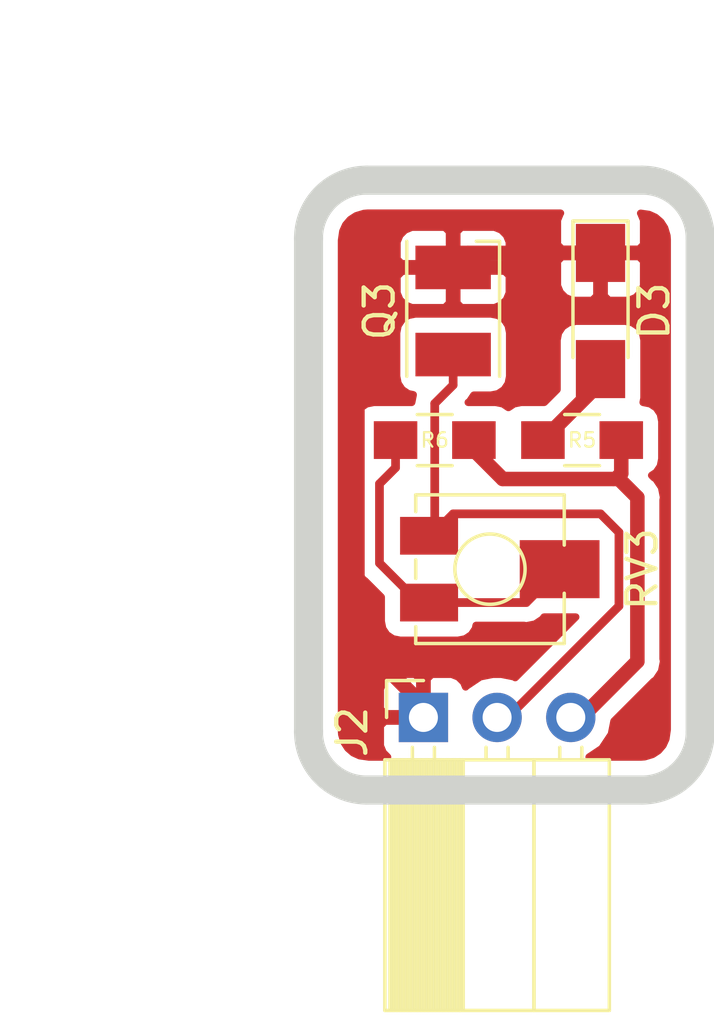
<source format=kicad_pcb>
(kicad_pcb (version 20171130) (host pcbnew "(5.0.1)-4")

  (general
    (thickness 1.6)
    (drawings 10)
    (tracks 39)
    (zones 0)
    (modules 6)
    (nets 6)
  )

  (page A4)
  (layers
    (0 F.Cu signal)
    (31 B.Cu signal)
    (32 B.Adhes user)
    (33 F.Adhes user)
    (34 B.Paste user)
    (35 F.Paste user)
    (36 B.SilkS user)
    (37 F.SilkS user)
    (38 B.Mask user)
    (39 F.Mask user)
    (40 Dwgs.User user)
    (41 Cmts.User user)
    (42 Eco1.User user)
    (43 Eco2.User user)
    (44 Edge.Cuts user)
    (45 Margin user)
    (46 B.CrtYd user)
    (47 F.CrtYd user)
    (48 B.Fab user)
    (49 F.Fab user)
  )

  (setup
    (last_trace_width 0.5)
    (user_trace_width 0.5)
    (user_trace_width 1)
    (trace_clearance 0.2)
    (zone_clearance 0.508)
    (zone_45_only no)
    (trace_min 0.2)
    (segment_width 0.2)
    (edge_width 1)
    (via_size 0.8)
    (via_drill 0.4)
    (via_min_size 0.4)
    (via_min_drill 0.3)
    (user_via 1 0.6)
    (user_via 1.2 0.6)
    (uvia_size 0.3)
    (uvia_drill 0.1)
    (uvias_allowed no)
    (uvia_min_size 0.2)
    (uvia_min_drill 0.1)
    (pcb_text_width 0.3)
    (pcb_text_size 1.5 1.5)
    (mod_edge_width 0.15)
    (mod_text_size 1 1)
    (mod_text_width 0.15)
    (pad_size 2 1.3)
    (pad_drill 0)
    (pad_to_mask_clearance 0.051)
    (solder_mask_min_width 0.25)
    (aux_axis_origin 0 0)
    (grid_origin 159.62 139.57)
    (visible_elements 7FFFFFFF)
    (pcbplotparams
      (layerselection 0x010f0_ffffffff)
      (usegerberextensions false)
      (usegerberattributes false)
      (usegerberadvancedattributes false)
      (creategerberjobfile false)
      (excludeedgelayer true)
      (linewidth 0.100000)
      (plotframeref false)
      (viasonmask false)
      (mode 1)
      (useauxorigin false)
      (hpglpennumber 1)
      (hpglpenspeed 20)
      (hpglpendiameter 15.000000)
      (psnegative false)
      (psa4output false)
      (plotreference true)
      (plotvalue true)
      (plotinvisibletext false)
      (padsonsilk false)
      (subtractmaskfromsilk false)
      (outputformat 1)
      (mirror false)
      (drillshape 0)
      (scaleselection 1)
      (outputdirectory ""))
  )

  (net 0 "")
  (net 1 GND)
  (net 2 "Net-(D3-Pad2)")
  (net 3 IR_A2)
  (net 4 +5V)
  (net 5 "Net-(R6-Pad2)")

  (net_class Default "This is the default net class."
    (clearance 0.2)
    (trace_width 0.3)
    (via_dia 0.8)
    (via_drill 0.4)
    (uvia_dia 0.3)
    (uvia_drill 0.1)
    (add_net +5V)
    (add_net GND)
    (add_net IR_A2)
    (add_net "Net-(D3-Pad2)")
    (add_net "Net-(R6-Pad2)")
  )

  (net_class Default2 ""
    (clearance 0.2)
    (trace_width 0.5)
    (via_dia 1)
    (via_drill 0.6)
    (uvia_dia 0.3)
    (uvia_drill 0.1)
  )

  (net_class Power ""
    (clearance 0.2)
    (trace_width 1)
    (via_dia 1.2)
    (via_drill 0.6)
    (uvia_dia 0.3)
    (uvia_drill 0.1)
  )

  (module Potentiometers:Potentiometer_Trimmer_Vishay_TS53YL (layer F.Cu) (tedit 605266AD) (tstamp 6052BA63)
    (at 193.755 83.395 180)
    (descr "Spindle Trimmer Potentiometer, Vishay TS53YL, https://www.bourns.com/pdfs/3224.pdf")
    (tags "Spindle Trimmer Potentiometer   Vishay TS53YL")
    (path /604F696C/6056EEF9)
    (attr smd)
    (fp_text reference RV3 (at -5.245 0 90) (layer F.SilkS)
      (effects (font (size 1 1) (thickness 0.15)))
    )
    (fp_text value 10k (at -0.18 3.75 180) (layer F.Fab)
      (effects (font (size 1 1) (thickness 0.15)))
    )
    (fp_circle (center 0 0) (end 1.21 0) (layer F.SilkS) (width 0.12))
    (fp_circle (center 0 0) (end 1.15 0) (layer F.Fab) (width 0.1))
    (fp_line (start 3.67 -2.75) (end -4.03 -2.75) (layer F.CrtYd) (width 0.05))
    (fp_line (start 3.67 2.75) (end 3.67 -2.75) (layer F.CrtYd) (width 0.05))
    (fp_line (start -4.03 2.75) (end 3.67 2.75) (layer F.CrtYd) (width 0.05))
    (fp_line (start -4.03 -2.75) (end -4.03 2.75) (layer F.CrtYd) (width 0.05))
    (fp_line (start 2.56 1.98) (end 2.56 2.56) (layer F.SilkS) (width 0.12))
    (fp_line (start 2.56 -0.32) (end 2.56 0.32) (layer F.SilkS) (width 0.12))
    (fp_line (start 2.56 -2.56) (end 2.56 -1.98) (layer F.SilkS) (width 0.12))
    (fp_line (start -2.56 0.83) (end -2.56 2.56) (layer F.SilkS) (width 0.12))
    (fp_line (start -2.56 -2.56) (end -2.56 -0.83) (layer F.SilkS) (width 0.12))
    (fp_line (start -2.56 2.56) (end 2.56 2.56) (layer F.SilkS) (width 0.12))
    (fp_line (start -2.56 -2.56) (end 2.56 -2.56) (layer F.SilkS) (width 0.12))
    (fp_line (start -0.92 0.06) (end -0.92 -0.06) (layer F.Fab) (width 0.1))
    (fp_line (start -0.06 0.06) (end -0.92 0.06) (layer F.Fab) (width 0.1))
    (fp_line (start -0.06 0.92) (end -0.06 0.06) (layer F.Fab) (width 0.1))
    (fp_line (start 0.06 0.92) (end -0.06 0.92) (layer F.Fab) (width 0.1))
    (fp_line (start 0.06 0.06) (end 0.06 0.92) (layer F.Fab) (width 0.1))
    (fp_line (start 0.92 0.06) (end 0.06 0.06) (layer F.Fab) (width 0.1))
    (fp_line (start 0.92 -0.06) (end 0.92 0.06) (layer F.Fab) (width 0.1))
    (fp_line (start 0.06 -0.06) (end 0.92 -0.06) (layer F.Fab) (width 0.1))
    (fp_line (start 0.06 -0.92) (end 0.06 -0.06) (layer F.Fab) (width 0.1))
    (fp_line (start -0.06 -0.92) (end 0.06 -0.92) (layer F.Fab) (width 0.1))
    (fp_line (start -0.06 -0.06) (end -0.06 -0.92) (layer F.Fab) (width 0.1))
    (fp_line (start -0.92 -0.06) (end -0.06 -0.06) (layer F.Fab) (width 0.1))
    (fp_line (start 2.5 -2.5) (end -2.5 -2.5) (layer F.Fab) (width 0.1))
    (fp_line (start 2.5 2.5) (end 2.5 -2.5) (layer F.Fab) (width 0.1))
    (fp_line (start -2.5 2.5) (end 2.5 2.5) (layer F.Fab) (width 0.1))
    (fp_line (start -2.5 -2.5) (end -2.5 2.5) (layer F.Fab) (width 0.1))
    (pad 3 smd rect (at 2.1 1.15 180) (size 2 1.3) (layers F.Cu F.Mask)
      (net 3 IR_A2))
    (pad 2 smd rect (at -2.4 0 180) (size 2.75 2) (layers F.Cu F.Mask)
      (net 5 "Net-(R6-Pad2)"))
    (pad 1 smd rect (at 2.1 -1.15 180) (size 2 1.3) (layers F.Cu F.Mask)
      (net 5 "Net-(R6-Pad2)"))
    (model Potentiometers.3dshapes/Potentiometer_Trimmer_Vishay_TS53YL.wrl
      (offset (xyz 1.015999984741211 0 0))
      (scale (xyz 0.39 0.39 0.39))
      (rotate (xyz 0 0 0))
    )
  )

  (module Resistors_SMD:R_0805_HandSoldering (layer F.Cu) (tedit 605266F6) (tstamp 6052BA53)
    (at 196.93 78.95 180)
    (descr "Resistor SMD 0805, hand soldering")
    (tags "resistor 0805")
    (path /604F696C/604FA1F8)
    (attr smd)
    (fp_text reference R5 (at 0 0 180) (layer F.SilkS)
      (effects (font (size 0.5 0.5) (thickness 0.075)))
    )
    (fp_text value 100R (at 0 1.75 180) (layer F.Fab)
      (effects (font (size 1 1) (thickness 0.15)))
    )
    (fp_text user %R (at 0 0 180) (layer F.Fab)
      (effects (font (size 0.5 0.5) (thickness 0.075)))
    )
    (fp_line (start -1 0.62) (end -1 -0.62) (layer F.Fab) (width 0.1))
    (fp_line (start 1 0.62) (end -1 0.62) (layer F.Fab) (width 0.1))
    (fp_line (start 1 -0.62) (end 1 0.62) (layer F.Fab) (width 0.1))
    (fp_line (start -1 -0.62) (end 1 -0.62) (layer F.Fab) (width 0.1))
    (fp_line (start 0.6 0.88) (end -0.6 0.88) (layer F.SilkS) (width 0.12))
    (fp_line (start -0.6 -0.88) (end 0.6 -0.88) (layer F.SilkS) (width 0.12))
    (fp_line (start -2.35 -0.9) (end 2.35 -0.9) (layer F.CrtYd) (width 0.05))
    (fp_line (start -2.35 -0.9) (end -2.35 0.9) (layer F.CrtYd) (width 0.05))
    (fp_line (start 2.35 0.9) (end 2.35 -0.9) (layer F.CrtYd) (width 0.05))
    (fp_line (start 2.35 0.9) (end -2.35 0.9) (layer F.CrtYd) (width 0.05))
    (pad 1 smd rect (at -1.35 0 180) (size 1.5 1.3) (layers F.Cu F.Paste F.Mask)
      (net 4 +5V))
    (pad 2 smd rect (at 1.35 0 180) (size 1.5 1.3) (layers F.Cu F.Paste F.Mask)
      (net 2 "Net-(D3-Pad2)"))
    (model ${KISYS3DMOD}/Resistors_SMD.3dshapes/R_0805.wrl
      (at (xyz 0 0 0))
      (scale (xyz 1 1 1))
      (rotate (xyz 0 0 0))
    )
  )

  (module Socket_Strips:Socket_Strip_Angled_1x03_Pitch2.54mm (layer F.Cu) (tedit 605266C3) (tstamp 6052B9FA)
    (at 191.46 88.5 90)
    (descr "Through hole angled socket strip, 1x03, 2.54mm pitch, 8.51mm socket length, single row")
    (tags "Through hole angled socket strip THT 1x03 2.54mm single row")
    (path /604F696C/60596D71)
    (fp_text reference J2 (at -0.5 -2.46 90) (layer F.SilkS)
      (effects (font (size 1 1) (thickness 0.15)))
    )
    (fp_text value Conn_01x03 (at -4.38 7.35 90) (layer F.Fab)
      (effects (font (size 1 1) (thickness 0.15)))
    )
    (fp_line (start -1.52 -1.27) (end -1.52 1.27) (layer F.Fab) (width 0.1))
    (fp_line (start -1.52 1.27) (end -10.03 1.27) (layer F.Fab) (width 0.1))
    (fp_line (start -10.03 1.27) (end -10.03 -1.27) (layer F.Fab) (width 0.1))
    (fp_line (start -10.03 -1.27) (end -1.52 -1.27) (layer F.Fab) (width 0.1))
    (fp_line (start 0 -0.32) (end 0 0.32) (layer F.Fab) (width 0.1))
    (fp_line (start 0 0.32) (end -1.52 0.32) (layer F.Fab) (width 0.1))
    (fp_line (start -1.52 0.32) (end -1.52 -0.32) (layer F.Fab) (width 0.1))
    (fp_line (start -1.52 -0.32) (end 0 -0.32) (layer F.Fab) (width 0.1))
    (fp_line (start -1.52 1.27) (end -1.52 3.81) (layer F.Fab) (width 0.1))
    (fp_line (start -1.52 3.81) (end -10.03 3.81) (layer F.Fab) (width 0.1))
    (fp_line (start -10.03 3.81) (end -10.03 1.27) (layer F.Fab) (width 0.1))
    (fp_line (start -10.03 1.27) (end -1.52 1.27) (layer F.Fab) (width 0.1))
    (fp_line (start 0 2.22) (end 0 2.86) (layer F.Fab) (width 0.1))
    (fp_line (start 0 2.86) (end -1.52 2.86) (layer F.Fab) (width 0.1))
    (fp_line (start -1.52 2.86) (end -1.52 2.22) (layer F.Fab) (width 0.1))
    (fp_line (start -1.52 2.22) (end 0 2.22) (layer F.Fab) (width 0.1))
    (fp_line (start -1.52 3.81) (end -1.52 6.35) (layer F.Fab) (width 0.1))
    (fp_line (start -1.52 6.35) (end -10.03 6.35) (layer F.Fab) (width 0.1))
    (fp_line (start -10.03 6.35) (end -10.03 3.81) (layer F.Fab) (width 0.1))
    (fp_line (start -10.03 3.81) (end -1.52 3.81) (layer F.Fab) (width 0.1))
    (fp_line (start 0 4.76) (end 0 5.4) (layer F.Fab) (width 0.1))
    (fp_line (start 0 5.4) (end -1.52 5.4) (layer F.Fab) (width 0.1))
    (fp_line (start -1.52 5.4) (end -1.52 4.76) (layer F.Fab) (width 0.1))
    (fp_line (start -1.52 4.76) (end 0 4.76) (layer F.Fab) (width 0.1))
    (fp_line (start -1.46 -1.33) (end -1.46 1.27) (layer F.SilkS) (width 0.12))
    (fp_line (start -1.46 1.27) (end -10.09 1.27) (layer F.SilkS) (width 0.12))
    (fp_line (start -10.09 1.27) (end -10.09 -1.33) (layer F.SilkS) (width 0.12))
    (fp_line (start -10.09 -1.33) (end -1.46 -1.33) (layer F.SilkS) (width 0.12))
    (fp_line (start -1.03 -0.38) (end -1.46 -0.38) (layer F.SilkS) (width 0.12))
    (fp_line (start -1.03 0.38) (end -1.46 0.38) (layer F.SilkS) (width 0.12))
    (fp_line (start -1.46 -1.15) (end -10.09 -1.15) (layer F.SilkS) (width 0.12))
    (fp_line (start -1.46 -1.03) (end -10.09 -1.03) (layer F.SilkS) (width 0.12))
    (fp_line (start -1.46 -0.91) (end -10.09 -0.91) (layer F.SilkS) (width 0.12))
    (fp_line (start -1.46 -0.79) (end -10.09 -0.79) (layer F.SilkS) (width 0.12))
    (fp_line (start -1.46 -0.67) (end -10.09 -0.67) (layer F.SilkS) (width 0.12))
    (fp_line (start -1.46 -0.55) (end -10.09 -0.55) (layer F.SilkS) (width 0.12))
    (fp_line (start -1.46 -0.43) (end -10.09 -0.43) (layer F.SilkS) (width 0.12))
    (fp_line (start -1.46 -0.31) (end -10.09 -0.31) (layer F.SilkS) (width 0.12))
    (fp_line (start -1.46 -0.19) (end -10.09 -0.19) (layer F.SilkS) (width 0.12))
    (fp_line (start -1.46 -0.07) (end -10.09 -0.07) (layer F.SilkS) (width 0.12))
    (fp_line (start -1.46 0.05) (end -10.09 0.05) (layer F.SilkS) (width 0.12))
    (fp_line (start -1.46 0.17) (end -10.09 0.17) (layer F.SilkS) (width 0.12))
    (fp_line (start -1.46 0.29) (end -10.09 0.29) (layer F.SilkS) (width 0.12))
    (fp_line (start -1.46 0.41) (end -10.09 0.41) (layer F.SilkS) (width 0.12))
    (fp_line (start -1.46 0.53) (end -10.09 0.53) (layer F.SilkS) (width 0.12))
    (fp_line (start -1.46 0.65) (end -10.09 0.65) (layer F.SilkS) (width 0.12))
    (fp_line (start -1.46 0.77) (end -10.09 0.77) (layer F.SilkS) (width 0.12))
    (fp_line (start -1.46 0.89) (end -10.09 0.89) (layer F.SilkS) (width 0.12))
    (fp_line (start -1.46 1.01) (end -10.09 1.01) (layer F.SilkS) (width 0.12))
    (fp_line (start -1.46 1.13) (end -10.09 1.13) (layer F.SilkS) (width 0.12))
    (fp_line (start -1.46 1.25) (end -10.09 1.25) (layer F.SilkS) (width 0.12))
    (fp_line (start -1.46 1.37) (end -10.09 1.37) (layer F.SilkS) (width 0.12))
    (fp_line (start -1.46 1.27) (end -1.46 3.81) (layer F.SilkS) (width 0.12))
    (fp_line (start -1.46 3.81) (end -10.09 3.81) (layer F.SilkS) (width 0.12))
    (fp_line (start -10.09 3.81) (end -10.09 1.27) (layer F.SilkS) (width 0.12))
    (fp_line (start -10.09 1.27) (end -1.46 1.27) (layer F.SilkS) (width 0.12))
    (fp_line (start -1.03 2.16) (end -1.46 2.16) (layer F.SilkS) (width 0.12))
    (fp_line (start -1.03 2.92) (end -1.46 2.92) (layer F.SilkS) (width 0.12))
    (fp_line (start -1.46 3.81) (end -1.46 6.41) (layer F.SilkS) (width 0.12))
    (fp_line (start -1.46 6.41) (end -10.09 6.41) (layer F.SilkS) (width 0.12))
    (fp_line (start -10.09 6.41) (end -10.09 3.81) (layer F.SilkS) (width 0.12))
    (fp_line (start -10.09 3.81) (end -1.46 3.81) (layer F.SilkS) (width 0.12))
    (fp_line (start -1.03 4.7) (end -1.46 4.7) (layer F.SilkS) (width 0.12))
    (fp_line (start -1.03 5.46) (end -1.46 5.46) (layer F.SilkS) (width 0.12))
    (fp_line (start 0 -1.27) (end 1.27 -1.27) (layer F.SilkS) (width 0.12))
    (fp_line (start 1.27 -1.27) (end 1.27 0) (layer F.SilkS) (width 0.12))
    (fp_line (start 1.8 -1.8) (end 1.8 6.85) (layer F.CrtYd) (width 0.05))
    (fp_line (start 1.8 6.85) (end -10.55 6.85) (layer F.CrtYd) (width 0.05))
    (fp_line (start -10.55 6.85) (end -10.55 -1.8) (layer F.CrtYd) (width 0.05))
    (fp_line (start -10.55 -1.8) (end 1.8 -1.8) (layer F.CrtYd) (width 0.05))
    (fp_text user %R (at -4.38 -2.27 90) (layer F.Fab)
      (effects (font (size 1 1) (thickness 0.15)))
    )
    (pad 1 thru_hole rect (at 0 0 90) (size 1.7 1.7) (drill 1) (layers *.Cu *.Mask)
      (net 1 GND))
    (pad 2 thru_hole oval (at 0 2.54 90) (size 1.7 1.7) (drill 1) (layers *.Cu *.Mask)
      (net 3 IR_A2))
    (pad 3 thru_hole oval (at 0 5.08 90) (size 1.7 1.7) (drill 1) (layers *.Cu *.Mask)
      (net 4 +5V))
    (model ${KISYS3DMOD}/Socket_Strips.3dshapes/Socket_Strip_Angled_1x03_Pitch2.54mm.wrl
      (offset (xyz 0 -2.539999961853027 0))
      (scale (xyz 1 1 1))
      (rotate (xyz 0 0 270))
    )
  )

  (module Resistors_SMD:R_0805_HandSoldering (layer F.Cu) (tedit 605266A6) (tstamp 6052B9E0)
    (at 191.85 78.95 180)
    (descr "Resistor SMD 0805, hand soldering")
    (tags "resistor 0805")
    (path /604F696C/6056EF00)
    (attr smd)
    (fp_text reference R6 (at 0 0 180) (layer F.SilkS)
      (effects (font (size 0.5 0.5) (thickness 0.075)))
    )
    (fp_text value 10k (at 0 1.75 180) (layer F.Fab)
      (effects (font (size 1 1) (thickness 0.15)))
    )
    (fp_line (start 2.35 0.9) (end -2.35 0.9) (layer F.CrtYd) (width 0.05))
    (fp_line (start 2.35 0.9) (end 2.35 -0.9) (layer F.CrtYd) (width 0.05))
    (fp_line (start -2.35 -0.9) (end -2.35 0.9) (layer F.CrtYd) (width 0.05))
    (fp_line (start -2.35 -0.9) (end 2.35 -0.9) (layer F.CrtYd) (width 0.05))
    (fp_line (start -0.6 -0.88) (end 0.6 -0.88) (layer F.SilkS) (width 0.12))
    (fp_line (start 0.6 0.88) (end -0.6 0.88) (layer F.SilkS) (width 0.12))
    (fp_line (start -1 -0.62) (end 1 -0.62) (layer F.Fab) (width 0.1))
    (fp_line (start 1 -0.62) (end 1 0.62) (layer F.Fab) (width 0.1))
    (fp_line (start 1 0.62) (end -1 0.62) (layer F.Fab) (width 0.1))
    (fp_line (start -1 0.62) (end -1 -0.62) (layer F.Fab) (width 0.1))
    (fp_text user %R (at 0 0 180) (layer F.Fab)
      (effects (font (size 0.5 0.5) (thickness 0.075)))
    )
    (pad 2 smd rect (at 1.35 0 180) (size 1.5 1.3) (layers F.Cu F.Paste F.Mask)
      (net 5 "Net-(R6-Pad2)"))
    (pad 1 smd rect (at -1.35 0 180) (size 1.5 1.3) (layers F.Cu F.Paste F.Mask)
      (net 4 +5V))
    (model ${KISYS3DMOD}/Resistors_SMD.3dshapes/R_0805.wrl
      (at (xyz 0 0 0))
      (scale (xyz 1 1 1))
      (rotate (xyz 0 0 0))
    )
  )

  (module LEDs:LED_PLCC-2 (layer F.Cu) (tedit 60526683) (tstamp 6052B9CD)
    (at 192.485 74.505 270)
    (descr "LED PLCC-2 SMD package")
    (tags "LED PLCC-2 SMD")
    (path /604F696C/6056EEF2)
    (attr smd)
    (fp_text reference Q3 (at 0 2.54 270) (layer F.SilkS)
      (effects (font (size 1 1) (thickness 0.15)))
    )
    (fp_text value Q_Photo (at 0 2.54 270) (layer F.Fab)
      (effects (font (size 1 1) (thickness 0.15)))
    )
    (fp_circle (center 0 0) (end 0 -1.25) (layer F.Fab) (width 0.1))
    (fp_line (start -1.7 -0.6) (end -0.8 -1.5) (layer F.Fab) (width 0.1))
    (fp_line (start 1.7 1.5) (end 1.7 -1.5) (layer F.Fab) (width 0.1))
    (fp_line (start 1.7 -1.5) (end -1.7 -1.5) (layer F.Fab) (width 0.1))
    (fp_line (start -1.7 -1.5) (end -1.7 1.5) (layer F.Fab) (width 0.1))
    (fp_line (start -1.7 1.5) (end 1.7 1.5) (layer F.Fab) (width 0.1))
    (fp_line (start -2.65 -1.85) (end 2.5 -1.85) (layer F.CrtYd) (width 0.05))
    (fp_line (start 2.5 -1.85) (end 2.5 1.85) (layer F.CrtYd) (width 0.05))
    (fp_line (start 2.5 1.85) (end -2.65 1.85) (layer F.CrtYd) (width 0.05))
    (fp_line (start -2.65 1.85) (end -2.65 -1.85) (layer F.CrtYd) (width 0.05))
    (fp_line (start 2.25 1.6) (end -2.4 1.6) (layer F.SilkS) (width 0.12))
    (fp_line (start 2.25 -1.6) (end -2.4 -1.6) (layer F.SilkS) (width 0.12))
    (fp_line (start -2.4 -1.6) (end -2.4 -0.8) (layer F.SilkS) (width 0.12))
    (fp_text user %R (at 0 0 270) (layer F.Fab)
      (effects (font (size 0.4 0.4) (thickness 0.1)))
    )
    (pad 1 smd rect (at -1.5 0 270) (size 1.5 2.6) (layers F.Cu F.Paste F.Mask)
      (net 1 GND))
    (pad 2 smd rect (at 1.5 0 270) (size 1.5 2.6) (layers F.Cu F.Paste F.Mask)
      (net 3 IR_A2))
    (model ${KISYS3DMOD}/LEDs.3dshapes/LED_PLCC-2.wrl
      (at (xyz 0 0 0))
      (scale (xyz 1 1 1))
      (rotate (xyz 0 0 0))
    )
  )

  (module LEDs:LED_1206_HandSoldering (layer F.Cu) (tedit 605266A1) (tstamp 6052B9B9)
    (at 197.565 74.505 270)
    (descr "LED SMD 1206, hand soldering")
    (tags "LED 1206")
    (path /604F696C/604FA1F1)
    (attr smd)
    (fp_text reference D3 (at 0 -1.85 270) (layer F.SilkS)
      (effects (font (size 1 1) (thickness 0.15)))
    )
    (fp_text value LED_IR (at 0 1.9 270) (layer F.Fab)
      (effects (font (size 1 1) (thickness 0.15)))
    )
    (fp_line (start -3.1 -0.95) (end -3.1 0.95) (layer F.SilkS) (width 0.12))
    (fp_line (start -0.4 0) (end 0.2 -0.4) (layer F.Fab) (width 0.1))
    (fp_line (start 0.2 -0.4) (end 0.2 0.4) (layer F.Fab) (width 0.1))
    (fp_line (start 0.2 0.4) (end -0.4 0) (layer F.Fab) (width 0.1))
    (fp_line (start -0.45 -0.4) (end -0.45 0.4) (layer F.Fab) (width 0.1))
    (fp_line (start -1.6 0.8) (end -1.6 -0.8) (layer F.Fab) (width 0.1))
    (fp_line (start 1.6 0.8) (end -1.6 0.8) (layer F.Fab) (width 0.1))
    (fp_line (start 1.6 -0.8) (end 1.6 0.8) (layer F.Fab) (width 0.1))
    (fp_line (start -1.6 -0.8) (end 1.6 -0.8) (layer F.Fab) (width 0.1))
    (fp_line (start -3.1 0.95) (end 1.6 0.95) (layer F.SilkS) (width 0.12))
    (fp_line (start -3.1 -0.95) (end 1.6 -0.95) (layer F.SilkS) (width 0.12))
    (fp_line (start -3.25 -1.11) (end 3.25 -1.11) (layer F.CrtYd) (width 0.05))
    (fp_line (start -3.25 -1.11) (end -3.25 1.1) (layer F.CrtYd) (width 0.05))
    (fp_line (start 3.25 1.1) (end 3.25 -1.11) (layer F.CrtYd) (width 0.05))
    (fp_line (start 3.25 1.1) (end -3.25 1.1) (layer F.CrtYd) (width 0.05))
    (pad 1 smd rect (at -2 0 270) (size 2 1.7) (layers F.Cu F.Paste F.Mask)
      (net 1 GND))
    (pad 2 smd rect (at 2 0 270) (size 2 1.7) (layers F.Cu F.Paste F.Mask)
      (net 2 "Net-(D3-Pad2)"))
    (model ${KISYS3DMOD}/LEDs.3dshapes/LED_1206.wrl
      (at (xyz 0 0 0))
      (scale (xyz 1 1 1))
      (rotate (xyz 0 0 180))
    )
  )

  (dimension 20 (width 0.3) (layer Cmts.User)
    (gr_text "20 mm" (at 182.4 80.5 270) (layer Cmts.User)
      (effects (font (size 1.5 1.5) (thickness 0.3)))
    )
    (feature1 (pts (xy 189.5 90.5) (xy 183.913579 90.5)))
    (feature2 (pts (xy 189.5 70.5) (xy 183.913579 70.5)))
    (crossbar (pts (xy 184.5 70.5) (xy 184.5 90.5)))
    (arrow1a (pts (xy 184.5 90.5) (xy 183.913579 89.373496)))
    (arrow1b (pts (xy 184.5 90.5) (xy 185.086421 89.373496)))
    (arrow2a (pts (xy 184.5 70.5) (xy 183.913579 71.626504)))
    (arrow2b (pts (xy 184.5 70.5) (xy 185.086421 71.626504)))
  )
  (dimension 12.5 (width 0.3) (layer Cmts.User)
    (gr_text "12,5 mm" (at 194.25 64.9) (layer Cmts.User)
      (effects (font (size 1.5 1.5) (thickness 0.3)))
    )
    (feature1 (pts (xy 200.5 72) (xy 200.5 66.413579)))
    (feature2 (pts (xy 188 72) (xy 188 66.413579)))
    (crossbar (pts (xy 188 67) (xy 200.5 67)))
    (arrow1a (pts (xy 200.5 67) (xy 199.373496 67.586421)))
    (arrow1b (pts (xy 200.5 67) (xy 199.373496 66.413579)))
    (arrow2a (pts (xy 188 67) (xy 189.126504 67.586421)))
    (arrow2b (pts (xy 188 67) (xy 189.126504 66.413579)))
  )
  (gr_arc (start 189.5 89) (end 187.5 89) (angle -90) (layer Edge.Cuts) (width 1) (tstamp 6052B9F9))
  (gr_arc (start 189.5 72) (end 189.5 70) (angle -90) (layer Edge.Cuts) (width 1) (tstamp 6052B9F8))
  (gr_arc (start 199 72) (end 201 72) (angle -90) (layer Edge.Cuts) (width 1) (tstamp 6052B9F7))
  (gr_line (start 201 89) (end 201 72) (layer Edge.Cuts) (width 1) (tstamp 6052B9F5))
  (gr_line (start 189.5 91) (end 199 91) (layer Edge.Cuts) (width 1) (tstamp 6052B9F4))
  (gr_line (start 187.5 72) (end 187.5 89) (layer Edge.Cuts) (width 1) (tstamp 6052B9F3))
  (gr_arc (start 199 89) (end 199 91) (angle -90) (layer Edge.Cuts) (width 1) (tstamp 6052B9F1))
  (gr_line (start 199 70) (end 189.5 70) (layer Edge.Cuts) (width 1) (tstamp 6052B9F0))

  (segment (start 192.485 73.005) (end 190.685 73.005) (width 0.5) (layer F.Cu) (net 1) (tstamp 6052BA47))
  (segment (start 189.185 85.81) (end 189.31 85.935) (width 0.5) (layer F.Cu) (net 1) (tstamp 6052BA48))
  (segment (start 189.31 85.935) (end 191.85 88.475) (width 0.5) (layer F.Cu) (net 1) (tstamp 6052BA4F))
  (segment (start 189.185 74.505) (end 189.185 85.81) (width 0.5) (layer F.Cu) (net 1) (tstamp 6052BA50))
  (segment (start 190.685 73.005) (end 189.185 74.505) (width 0.5) (layer F.Cu) (net 1) (tstamp 6052BA51))
  (segment (start 197.565 72.505) (end 192.985 72.505) (width 0.5) (layer F.Cu) (net 1) (tstamp 6052BA52))
  (segment (start 192.985 72.505) (end 192.485 73.005) (width 0.5) (layer F.Cu) (net 1) (tstamp 6052BA8D))
  (segment (start 197.565 76.505) (end 197.565 76.965) (width 0.5) (layer F.Cu) (net 2) (tstamp 6052BA93))
  (segment (start 197.565 76.965) (end 195.58 78.95) (width 0.5) (layer F.Cu) (net 2) (tstamp 6052BA94))
  (segment (start 191.655 82.245) (end 191.73 82.245) (width 0.3) (layer F.Cu) (net 3) (tstamp 6052BA4E))
  (segment (start 191.85 82.05) (end 191.655 82.245) (width 0.3) (layer F.Cu) (net 3) (tstamp 6052BA88))
  (segment (start 192.485 77.055) (end 191.85 77.69) (width 0.3) (layer F.Cu) (net 3) (tstamp 6052BA97))
  (segment (start 192.485 76.005) (end 192.485 77.055) (width 0.3) (layer F.Cu) (net 3) (tstamp 6052BA90))
  (segment (start 191.85 77.69) (end 191.85 82.05) (width 0.3) (layer F.Cu) (net 3) (tstamp 6052BA89))
  (segment (start 191.73 82.245) (end 192.485 81.49) (width 0.3) (layer F.Cu) (net 3) (tstamp 6052BA4A))
  (segment (start 192.485 81.49) (end 197.565 81.49) (width 0.3) (layer F.Cu) (net 3) (tstamp 6052BA49))
  (segment (start 198.2 84.665) (end 194.39 88.475) (width 0.3) (layer F.Cu) (net 3) (tstamp 6052BA4B) (status 1000000))
  (segment (start 198.2 82.125) (end 198.2 84.665) (width 0.3) (layer F.Cu) (net 3) (tstamp 6052BA4C))
  (segment (start 197.565 81.49) (end 198.2 82.125) (width 0.3) (layer F.Cu) (net 3) (tstamp 6052BA4D))
  (segment (start 198.28 78.95) (end 198.28 79.03) (width 0.5) (layer F.Cu) (net 4) (tstamp 6052BA8F))
  (segment (start 198.28 87.125) (end 198.835 86.57) (width 0.5) (layer F.Cu) (net 4) (tstamp 6052C41C))
  (segment (start 198.28 80.1) (end 198.2 80.18) (width 0.5) (layer F.Cu) (net 4) (tstamp 6052C41D))
  (segment (start 198.2 80.18) (end 198.2 80.29) (width 0.5) (layer F.Cu) (net 4) (tstamp 6052C41E))
  (segment (start 198.835 80.925) (end 198.835 86.57) (width 0.5) (layer F.Cu) (net 4) (tstamp 6052C41F))
  (segment (start 198.28 78.95) (end 198.28 80.1) (width 0.5) (layer F.Cu) (net 4) (tstamp 6052C420))
  (segment (start 193.2 78.95) (end 193.2 79.295) (width 0.5) (layer F.Cu) (net 4) (tstamp 6052C421))
  (segment (start 198.28 78.95) (end 198.28 79.03) (width 0.5) (layer F.Cu) (net 4) (tstamp 6052C422))
  (segment (start 198.28 87.125) (end 196.93 88.475) (width 0.5) (layer F.Cu) (net 4) (tstamp 6052C423))
  (segment (start 198.005 80.29) (end 198.2 80.29) (width 0.5) (layer F.Cu) (net 4) (tstamp 6052C424))
  (segment (start 193.2 79.295) (end 194.195 80.29) (width 0.5) (layer F.Cu) (net 4) (tstamp 6052C425))
  (segment (start 198.2 80.29) (end 198.835 80.925) (width 0.5) (layer F.Cu) (net 4) (tstamp 6052C426))
  (segment (start 194.195 80.29) (end 198.005 80.29) (width 0.5) (layer F.Cu) (net 4) (tstamp 6052C427))
  (segment (start 189.945 83.185) (end 191.305 84.545) (width 0.3) (layer F.Cu) (net 5) (tstamp 6052BA86))
  (segment (start 191.305 84.545) (end 191.655 84.545) (width 0.3) (layer F.Cu) (net 5) (tstamp 6052BA8A))
  (segment (start 190.5 78.95) (end 190.5 79.9) (width 0.3) (layer F.Cu) (net 5) (tstamp 6052BA8B))
  (segment (start 191.655 84.545) (end 195.005 84.545) (width 0.3) (layer F.Cu) (net 5) (tstamp 6052BA8C))
  (segment (start 189.945 80.455) (end 189.945 83.185) (width 0.3) (layer F.Cu) (net 5) (tstamp 6052BA91))
  (segment (start 195.005 84.545) (end 196.155 83.395) (width 0.3) (layer F.Cu) (net 5) (tstamp 6052BA96))
  (segment (start 190.5 79.9) (end 189.945 80.455) (width 0.3) (layer F.Cu) (net 5) (tstamp 6052BA98))

  (zone (net 1) (net_name GND) (layer F.Cu) (tstamp 60535121) (hatch edge 0.508)
    (connect_pads (clearance 0.508))
    (min_thickness 0.254)
    (fill yes (arc_segments 16) (thermal_gap 0.508) (thermal_bridge_width 0.508))
    (polygon
      (pts
        (xy 188 90.5) (xy 200.5 90.5) (xy 200.5 70.5) (xy 188 70.5)
      )
    )
    (filled_polygon
      (pts
        (xy 196.176673 71.145302) (xy 196.08 71.378691) (xy 196.08 72.21925) (xy 196.23875 72.378) (xy 197.438 72.378)
        (xy 197.438 72.358) (xy 197.692 72.358) (xy 197.692 72.378) (xy 198.89125 72.378) (xy 199.05 72.21925)
        (xy 199.05 71.378691) (xy 198.953327 71.145302) (xy 198.947017 71.138992) (xy 199.239526 71.180883) (xy 199.459799 71.281034)
        (xy 199.643106 71.438982) (xy 199.774714 71.642029) (xy 199.855291 71.911458) (xy 199.865001 72.042127) (xy 199.865 88.91914)
        (xy 199.819117 89.239525) (xy 199.718964 89.4598) (xy 199.561019 89.643105) (xy 199.357968 89.774716) (xy 199.088543 89.855291)
        (xy 198.957887 89.865) (xy 197.170062 89.865) (xy 197.610625 89.570625) (xy 197.938839 89.079418) (xy 198.028644 88.627934)
        (xy 198.967424 87.689155) (xy 198.967426 87.689152) (xy 199.399153 87.257425) (xy 199.473049 87.208049) (xy 199.668652 86.91531)
        (xy 199.72 86.657165) (xy 199.72 86.657161) (xy 199.737337 86.57) (xy 199.72 86.482839) (xy 199.72 81.012161)
        (xy 199.737337 80.925) (xy 199.72 80.837839) (xy 199.72 80.837835) (xy 199.668652 80.57969) (xy 199.592655 80.465953)
        (xy 199.522424 80.360845) (xy 199.522423 80.360844) (xy 199.473049 80.286951) (xy 199.399156 80.237577) (xy 199.326903 80.165324)
        (xy 199.487809 80.057809) (xy 199.628157 79.847765) (xy 199.67744 79.6) (xy 199.67744 78.3) (xy 199.628157 78.052235)
        (xy 199.487809 77.842191) (xy 199.277765 77.701843) (xy 199.032971 77.653151) (xy 199.06244 77.505) (xy 199.06244 75.505)
        (xy 199.013157 75.257235) (xy 198.872809 75.047191) (xy 198.662765 74.906843) (xy 198.415 74.85756) (xy 196.715 74.85756)
        (xy 196.467235 74.906843) (xy 196.257191 75.047191) (xy 196.116843 75.257235) (xy 196.06756 75.505) (xy 196.06756 77.210861)
        (xy 195.625862 77.65256) (xy 194.83 77.65256) (xy 194.582235 77.701843) (xy 194.39 77.830291) (xy 194.197765 77.701843)
        (xy 193.95 77.65256) (xy 193.00365 77.65256) (xy 193.050953 77.620953) (xy 193.19696 77.40244) (xy 193.785 77.40244)
        (xy 194.032765 77.353157) (xy 194.242809 77.212809) (xy 194.383157 77.002765) (xy 194.43244 76.755) (xy 194.43244 75.255)
        (xy 194.383157 75.007235) (xy 194.242809 74.797191) (xy 194.032765 74.656843) (xy 193.785 74.60756) (xy 191.185 74.60756)
        (xy 190.937235 74.656843) (xy 190.727191 74.797191) (xy 190.586843 75.007235) (xy 190.53756 75.255) (xy 190.53756 76.755)
        (xy 190.586843 77.002765) (xy 190.727191 77.212809) (xy 190.937235 77.353157) (xy 191.109796 77.387481) (xy 191.065 77.612685)
        (xy 191.065 77.612688) (xy 191.057069 77.65256) (xy 189.75 77.65256) (xy 189.502235 77.701843) (xy 189.292191 77.842191)
        (xy 189.151843 78.052235) (xy 189.10256 78.3) (xy 189.10256 79.6) (xy 189.151843 79.847765) (xy 189.279237 80.038422)
        (xy 189.205546 80.148709) (xy 189.16 80.377685) (xy 189.16 80.377688) (xy 189.144622 80.455) (xy 189.16 80.532312)
        (xy 189.160001 83.107683) (xy 189.144622 83.185) (xy 189.205546 83.491291) (xy 189.335251 83.685408) (xy 189.335254 83.685411)
        (xy 189.379048 83.750953) (xy 189.44459 83.794747) (xy 190.00756 84.357717) (xy 190.00756 85.195) (xy 190.056843 85.442765)
        (xy 190.197191 85.652809) (xy 190.407235 85.793157) (xy 190.655 85.84244) (xy 192.655 85.84244) (xy 192.902765 85.793157)
        (xy 193.112809 85.652809) (xy 193.253157 85.442765) (xy 193.275587 85.33) (xy 194.927688 85.33) (xy 195.005 85.345378)
        (xy 195.082312 85.33) (xy 195.082316 85.33) (xy 195.311292 85.284454) (xy 195.570953 85.110953) (xy 195.614749 85.045408)
        (xy 195.617717 85.04244) (xy 196.712403 85.04244) (xy 194.623936 87.130907) (xy 194.579418 87.101161) (xy 194.146256 87.015)
        (xy 193.853744 87.015) (xy 193.420582 87.101161) (xy 192.929375 87.429375) (xy 192.914904 87.451033) (xy 192.848327 87.290302)
        (xy 192.669699 87.111673) (xy 192.43631 87.015) (xy 191.74575 87.015) (xy 191.587 87.17375) (xy 191.587 88.373)
        (xy 191.607 88.373) (xy 191.607 88.627) (xy 191.587 88.627) (xy 191.587 88.647) (xy 191.333 88.647)
        (xy 191.333 88.627) (xy 190.13375 88.627) (xy 189.975 88.78575) (xy 189.975 89.476309) (xy 190.071673 89.709698)
        (xy 190.226974 89.865) (xy 189.58086 89.865) (xy 189.260475 89.819117) (xy 189.0402 89.718964) (xy 188.856895 89.561019)
        (xy 188.725284 89.357968) (xy 188.644709 89.088543) (xy 188.635 88.957887) (xy 188.635 87.523691) (xy 189.975 87.523691)
        (xy 189.975 88.21425) (xy 190.13375 88.373) (xy 191.333 88.373) (xy 191.333 87.17375) (xy 191.17425 87.015)
        (xy 190.48369 87.015) (xy 190.250301 87.111673) (xy 190.071673 87.290302) (xy 189.975 87.523691) (xy 188.635 87.523691)
        (xy 188.635 73.29075) (xy 190.55 73.29075) (xy 190.55 73.881309) (xy 190.646673 74.114698) (xy 190.825301 74.293327)
        (xy 191.05869 74.39) (xy 192.19925 74.39) (xy 192.358 74.23125) (xy 192.358 73.132) (xy 192.612 73.132)
        (xy 192.612 74.23125) (xy 192.77075 74.39) (xy 193.91131 74.39) (xy 194.144699 74.293327) (xy 194.323327 74.114698)
        (xy 194.42 73.881309) (xy 194.42 73.29075) (xy 194.26125 73.132) (xy 192.612 73.132) (xy 192.358 73.132)
        (xy 190.70875 73.132) (xy 190.55 73.29075) (xy 188.635 73.29075) (xy 188.635 72.128691) (xy 190.55 72.128691)
        (xy 190.55 72.71925) (xy 190.70875 72.878) (xy 192.358 72.878) (xy 192.358 71.77875) (xy 192.612 71.77875)
        (xy 192.612 72.878) (xy 194.26125 72.878) (xy 194.3485 72.79075) (xy 196.08 72.79075) (xy 196.08 73.631309)
        (xy 196.176673 73.864698) (xy 196.355301 74.043327) (xy 196.58869 74.14) (xy 197.27925 74.14) (xy 197.438 73.98125)
        (xy 197.438 72.632) (xy 197.692 72.632) (xy 197.692 73.98125) (xy 197.85075 74.14) (xy 198.54131 74.14)
        (xy 198.774699 74.043327) (xy 198.953327 73.864698) (xy 199.05 73.631309) (xy 199.05 72.79075) (xy 198.89125 72.632)
        (xy 197.692 72.632) (xy 197.438 72.632) (xy 196.23875 72.632) (xy 196.08 72.79075) (xy 194.3485 72.79075)
        (xy 194.42 72.71925) (xy 194.42 72.128691) (xy 194.323327 71.895302) (xy 194.144699 71.716673) (xy 193.91131 71.62)
        (xy 192.77075 71.62) (xy 192.612 71.77875) (xy 192.358 71.77875) (xy 192.19925 71.62) (xy 191.05869 71.62)
        (xy 190.825301 71.716673) (xy 190.646673 71.895302) (xy 190.55 72.128691) (xy 188.635 72.128691) (xy 188.635 72.08086)
        (xy 188.680883 71.760474) (xy 188.781034 71.540201) (xy 188.938982 71.356894) (xy 189.142029 71.225286) (xy 189.411458 71.144709)
        (xy 189.542113 71.135) (xy 196.186975 71.135)
      )
    )
  )
)

</source>
